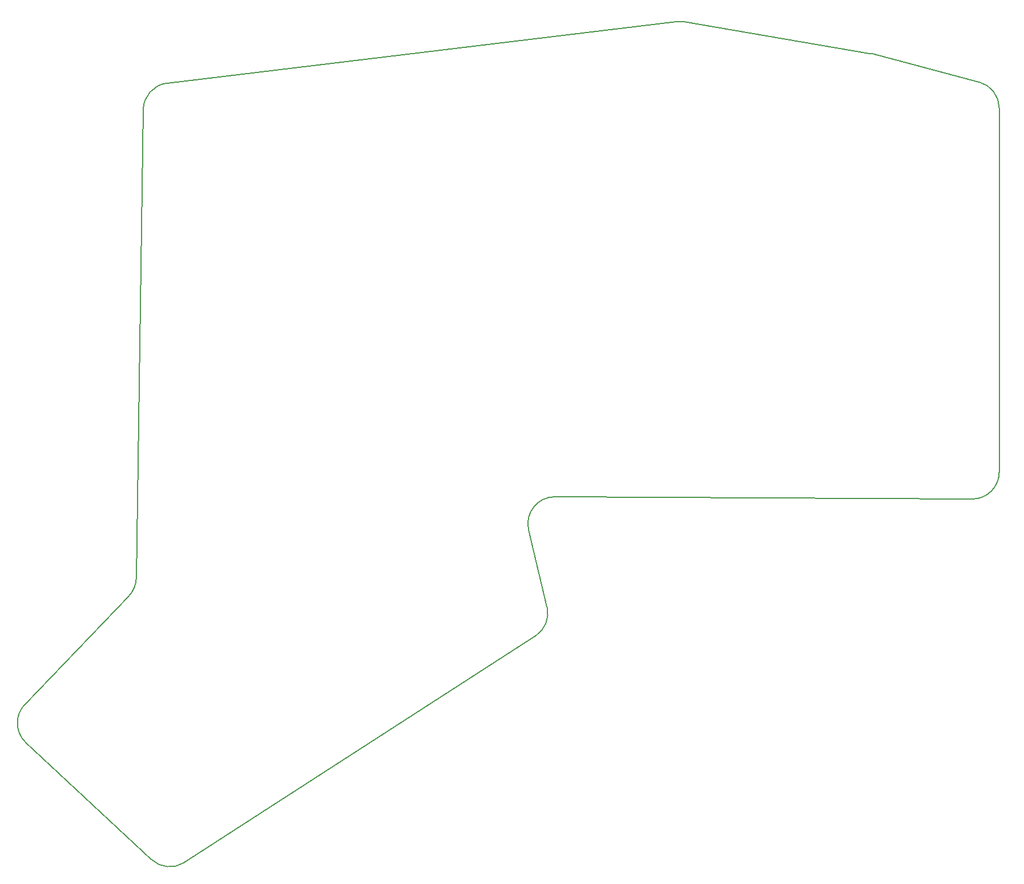
<source format=gbr>
%TF.GenerationSoftware,KiCad,Pcbnew,7.0.10*%
%TF.CreationDate,2024-01-22T21:29:34+02:00*%
%TF.ProjectId,juubo_right_final,6a757562-6f5f-4726-9967-68745f66696e,v1.0.0*%
%TF.SameCoordinates,Original*%
%TF.FileFunction,Profile,NP*%
%FSLAX46Y46*%
G04 Gerber Fmt 4.6, Leading zero omitted, Abs format (unit mm)*
G04 Created by KiCad (PCBNEW 7.0.10) date 2024-01-22 21:29:34*
%MOMM*%
%LPD*%
G01*
G04 APERTURE LIST*
%TA.AperFunction,Profile*%
%ADD10C,0.150000*%
%TD*%
G04 APERTURE END LIST*
D10*
X273620859Y-127799928D02*
G75*
G03*
X274733341Y-125090784I-2887059J2768528D01*
G01*
X336843869Y-113062063D02*
G75*
G03*
X332931328Y-117991207I-21969J-3999937D01*
G01*
X279285513Y-51660247D02*
G75*
G03*
X275765446Y-55572019I479487J-3971153D01*
G01*
X335665126Y-129436906D02*
X332931327Y-117991207D01*
X276979477Y-166917080D02*
G75*
G03*
X281877228Y-167351617I2727723J2925680D01*
G01*
X383848268Y-47318874D02*
G75*
G03*
X383503049Y-47244387I-1015368J-3868626D01*
G01*
X383503049Y-47244386D02*
X355980172Y-42566373D01*
X399742776Y-51490665D02*
X383848267Y-47318876D01*
X354830412Y-42538659D02*
X279285512Y-51660238D01*
X402727281Y-55359621D02*
G75*
G03*
X399742776Y-51490665I-3999981J21D01*
G01*
X258209394Y-143871370D02*
G75*
G03*
X258368737Y-149565552I2887106J-2768530D01*
G01*
X333944606Y-133726386D02*
G75*
G03*
X335665126Y-129436906I-2170006J3360186D01*
G01*
X402727302Y-109401968D02*
X402727304Y-55359621D01*
X258368736Y-149565553D02*
X276979476Y-166917081D01*
X275765447Y-55572019D02*
X274733342Y-125090784D01*
X398705323Y-113401943D02*
G75*
G03*
X402727303Y-109401969I21977J3999943D01*
G01*
X273620867Y-127799935D02*
X258209373Y-143871350D01*
X336843869Y-113062009D02*
X398705323Y-113401905D01*
X355980172Y-42566375D02*
G75*
G03*
X354830412Y-42538660I-670272J-3943425D01*
G01*
X281877228Y-167351618D02*
X333944592Y-133726364D01*
M02*

</source>
